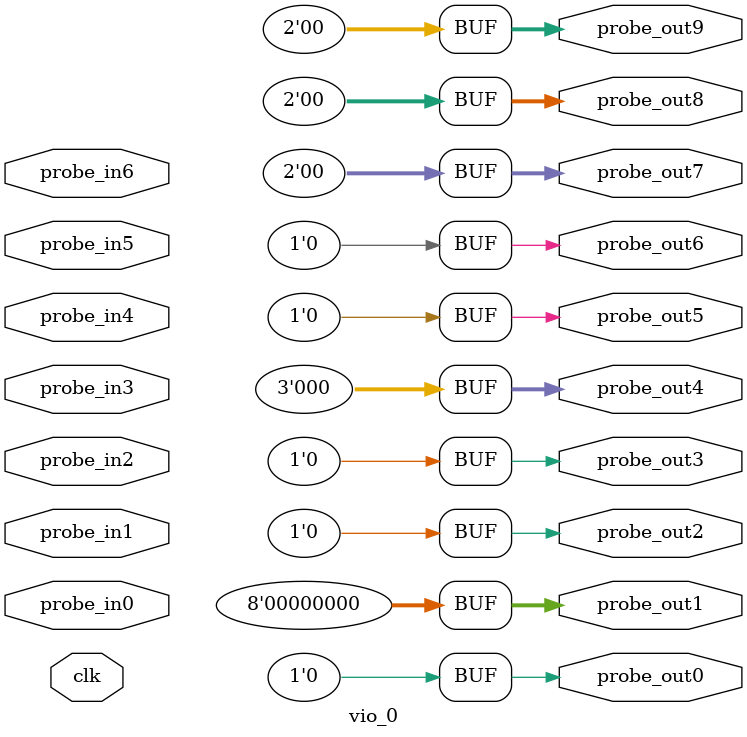
<source format=v>
`timescale 1ns / 1ps
module vio_0 (
clk,
probe_in0,probe_in1,probe_in2,probe_in3,probe_in4,probe_in5,probe_in6,
probe_out0,
probe_out1,
probe_out2,
probe_out3,
probe_out4,
probe_out5,
probe_out6,
probe_out7,
probe_out8,
probe_out9
);

input clk;
input [8 : 0] probe_in0;
input [8 : 0] probe_in1;
input [8 : 0] probe_in2;
input [0 : 0] probe_in3;
input [0 : 0] probe_in4;
input [7 : 0] probe_in5;
input [8 : 0] probe_in6;

output reg [0 : 0] probe_out0 = 'h0 ;
output reg [7 : 0] probe_out1 = 'h00 ;
output reg [0 : 0] probe_out2 = 'h0 ;
output reg [0 : 0] probe_out3 = 'h0 ;
output reg [2 : 0] probe_out4 = 'h0 ;
output reg [0 : 0] probe_out5 = 'h0 ;
output reg [0 : 0] probe_out6 = 'h0 ;
output reg [1 : 0] probe_out7 = 'h0 ;
output reg [1 : 0] probe_out8 = 'h0 ;
output reg [1 : 0] probe_out9 = 'h0 ;


endmodule

</source>
